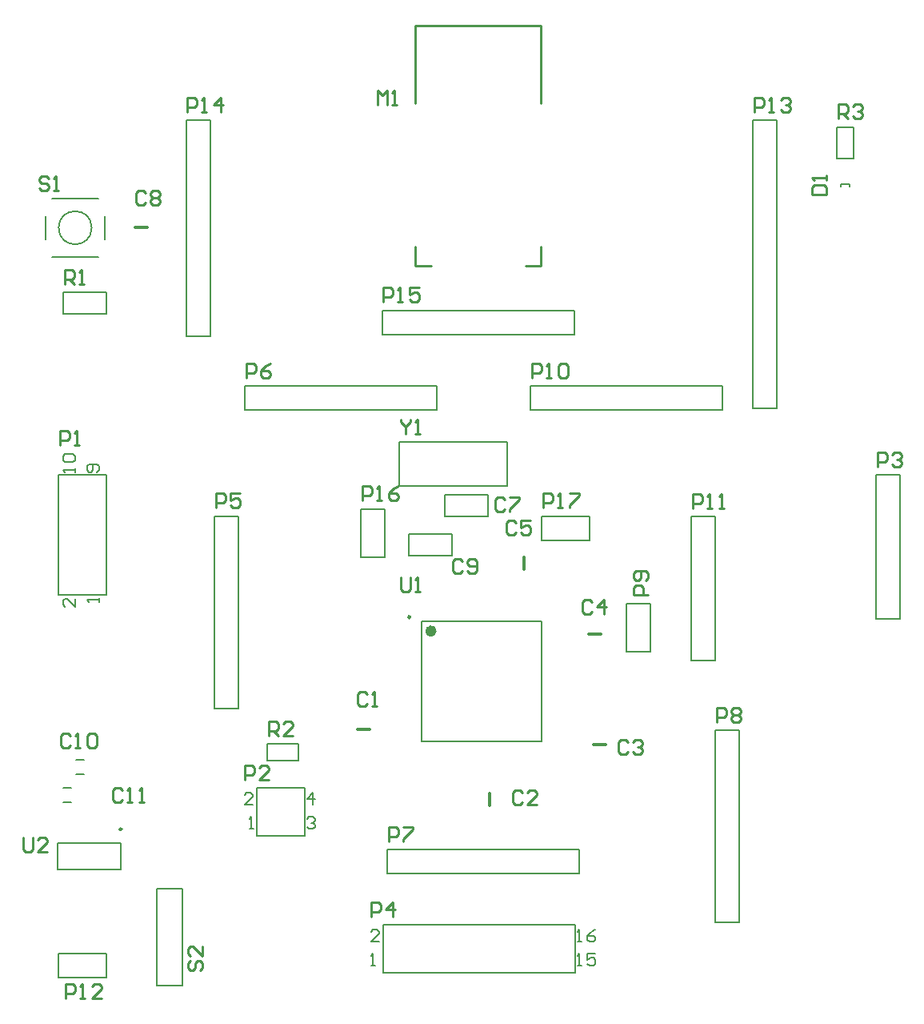
<source format=gto>
G04 Layer_Color=65535*
%FSLAX25Y25*%
%MOIN*%
G70*
G01*
G75*
%ADD22C,0.01000*%
%ADD30C,0.00984*%
%ADD31C,0.02362*%
%ADD32C,0.00500*%
%ADD33C,0.00787*%
%ADD34C,0.00800*%
%ADD35C,0.01200*%
D22*
X169291Y314961D02*
X175984D01*
X169291D02*
Y322835D01*
X215354Y314961D02*
X221654D01*
Y322835D01*
Y382677D02*
Y414961D01*
X169291D02*
X221654D01*
X169291Y382677D02*
Y414961D01*
X163174Y250920D02*
Y249920D01*
X165173Y247921D01*
X167173Y249920D01*
Y250920D01*
X165173Y247921D02*
Y244922D01*
X169172D02*
X171171D01*
X170172D01*
Y250920D01*
X169172Y249920D01*
X5906Y76864D02*
Y71866D01*
X6905Y70866D01*
X8905D01*
X9904Y71866D01*
Y76864D01*
X15902Y70866D02*
X11904D01*
X15902Y74865D01*
Y75864D01*
X14903Y76864D01*
X12903D01*
X11904Y75864D01*
X163300Y185298D02*
Y180300D01*
X164300Y179300D01*
X166299D01*
X167299Y180300D01*
Y185298D01*
X169298Y179300D02*
X171297D01*
X170298D01*
Y185298D01*
X169298Y184298D01*
X16408Y351157D02*
X15408Y352157D01*
X13409D01*
X12409Y351157D01*
Y350157D01*
X13409Y349158D01*
X15408D01*
X16408Y348158D01*
Y347158D01*
X15408Y346159D01*
X13409D01*
X12409Y347158D01*
X18407Y346159D02*
X20406D01*
X19407D01*
Y352157D01*
X18407Y351157D01*
X345537Y376058D02*
Y382055D01*
X348536D01*
X349536Y381056D01*
Y379057D01*
X348536Y378057D01*
X345537D01*
X347536D02*
X349536Y376058D01*
X351535Y381056D02*
X352535Y382055D01*
X354534D01*
X355534Y381056D01*
Y380056D01*
X354534Y379057D01*
X353534D01*
X354534D01*
X355534Y378057D01*
Y377057D01*
X354534Y376058D01*
X352535D01*
X351535Y377057D01*
X108274Y119069D02*
Y125067D01*
X111273D01*
X112273Y124067D01*
Y122067D01*
X111273Y121068D01*
X108274D01*
X110273D02*
X112273Y119069D01*
X118271D02*
X114272D01*
X118271Y123067D01*
Y124067D01*
X117271Y125067D01*
X115272D01*
X114272Y124067D01*
X23126Y307118D02*
Y313116D01*
X26125D01*
X27125Y312117D01*
Y310117D01*
X26125Y309118D01*
X23126D01*
X25125D02*
X27125Y307118D01*
X29124D02*
X31123D01*
X30124D01*
Y313116D01*
X29124Y312117D01*
X222581Y214082D02*
Y220080D01*
X225580D01*
X226580Y219080D01*
Y217081D01*
X225580Y216081D01*
X222581D01*
X228579Y214082D02*
X230578D01*
X229579D01*
Y220080D01*
X228579Y219080D01*
X233577Y220080D02*
X237576D01*
Y219080D01*
X233577Y215082D01*
Y214082D01*
X147216Y217037D02*
Y223035D01*
X150216D01*
X151215Y222035D01*
Y220036D01*
X150216Y219036D01*
X147216D01*
X153215Y217037D02*
X155214D01*
X154214D01*
Y223035D01*
X153215Y222035D01*
X162212Y223035D02*
X160212Y222035D01*
X158213Y220036D01*
Y218037D01*
X159213Y217037D01*
X161212D01*
X162212Y218037D01*
Y219036D01*
X161212Y220036D01*
X158213D01*
X156041Y299755D02*
Y305753D01*
X159040D01*
X160040Y304753D01*
Y302754D01*
X159040Y301754D01*
X156041D01*
X162039Y299755D02*
X164038D01*
X163039D01*
Y305753D01*
X162039Y304753D01*
X171036Y305753D02*
X167037D01*
Y302754D01*
X169037Y303754D01*
X170036D01*
X171036Y302754D01*
Y300755D01*
X170036Y299755D01*
X168037D01*
X167037Y300755D01*
X74389Y378770D02*
Y384768D01*
X77388D01*
X78388Y383769D01*
Y381769D01*
X77388Y380769D01*
X74389D01*
X80387Y378770D02*
X82386D01*
X81387D01*
Y384768D01*
X80387Y383769D01*
X88384Y378770D02*
Y384768D01*
X85385Y381769D01*
X89384D01*
X310615Y378781D02*
Y384779D01*
X313614D01*
X314614Y383780D01*
Y381780D01*
X313614Y380781D01*
X310615D01*
X316613Y378781D02*
X318612D01*
X317613D01*
Y384779D01*
X316613Y383780D01*
X321611D02*
X322611Y384779D01*
X324610D01*
X325610Y383780D01*
Y382780D01*
X324610Y381780D01*
X323611D01*
X324610D01*
X325610Y380781D01*
Y379781D01*
X324610Y378781D01*
X322611D01*
X321611Y379781D01*
X23622Y9843D02*
Y15841D01*
X26621D01*
X27621Y14841D01*
Y12842D01*
X26621Y11842D01*
X23622D01*
X29620Y9843D02*
X31620D01*
X30620D01*
Y15841D01*
X29620Y14841D01*
X38617Y9843D02*
X34618D01*
X38617Y13841D01*
Y14841D01*
X37617Y15841D01*
X35618D01*
X34618Y14841D01*
X285020Y214019D02*
Y220017D01*
X288019D01*
X289019Y219018D01*
Y217018D01*
X288019Y216019D01*
X285020D01*
X291018Y214019D02*
X293018D01*
X292018D01*
Y220017D01*
X291018Y219018D01*
X296017Y214019D02*
X298016D01*
X297016D01*
Y220017D01*
X296017Y219018D01*
X217852Y268203D02*
Y274201D01*
X220851D01*
X221851Y273201D01*
Y271202D01*
X220851Y270202D01*
X217852D01*
X223850Y268203D02*
X225849D01*
X224850D01*
Y274201D01*
X223850Y273201D01*
X228848D02*
X229848Y274201D01*
X231847D01*
X232847Y273201D01*
Y269203D01*
X231847Y268203D01*
X229848D01*
X228848Y269203D01*
Y273201D01*
X266220Y177756D02*
X260222D01*
Y180755D01*
X261222Y181755D01*
X263221D01*
X264221Y180755D01*
Y177756D01*
X265221Y183754D02*
X266220Y184754D01*
Y186753D01*
X265221Y187753D01*
X261222D01*
X260222Y186753D01*
Y184754D01*
X261222Y183754D01*
X262222D01*
X263221Y184754D01*
Y187753D01*
X294863Y124964D02*
Y130962D01*
X297862D01*
X298861Y129963D01*
Y127963D01*
X297862Y126963D01*
X294863D01*
X300861Y129963D02*
X301860Y130962D01*
X303860D01*
X304859Y129963D01*
Y128963D01*
X303860Y127963D01*
X304859Y126963D01*
Y125964D01*
X303860Y124964D01*
X301860D01*
X300861Y125964D01*
Y126963D01*
X301860Y127963D01*
X300861Y128963D01*
Y129963D01*
X301860Y127963D02*
X303860D01*
X158181Y75304D02*
Y81302D01*
X161180D01*
X162180Y80302D01*
Y78303D01*
X161180Y77303D01*
X158181D01*
X164179Y81302D02*
X168178D01*
Y80302D01*
X164179Y76304D01*
Y75304D01*
X98847Y268270D02*
Y274268D01*
X101846D01*
X102846Y273269D01*
Y271269D01*
X101846Y270269D01*
X98847D01*
X108844Y274268D02*
X106845Y273269D01*
X104845Y271269D01*
Y269270D01*
X105845Y268270D01*
X107844D01*
X108844Y269270D01*
Y270269D01*
X107844Y271269D01*
X104845D01*
X86185Y214052D02*
Y220050D01*
X89184D01*
X90184Y219050D01*
Y217051D01*
X89184Y216051D01*
X86185D01*
X96182Y220050D02*
X92183D01*
Y217051D01*
X94182Y218051D01*
X95182D01*
X96182Y217051D01*
Y215052D01*
X95182Y214052D01*
X93183D01*
X92183Y215052D01*
X150985Y43856D02*
Y49854D01*
X153984D01*
X154984Y48854D01*
Y46855D01*
X153984Y45855D01*
X150985D01*
X159982Y43856D02*
Y49854D01*
X156983Y46855D01*
X160982D01*
X361781Y231351D02*
Y237349D01*
X364780D01*
X365780Y236350D01*
Y234350D01*
X364780Y233350D01*
X361781D01*
X367779Y236350D02*
X368779Y237349D01*
X370778D01*
X371778Y236350D01*
Y235350D01*
X370778Y234350D01*
X369778D01*
X370778D01*
X371778Y233350D01*
Y232351D01*
X370778Y231351D01*
X368779D01*
X367779Y232351D01*
X98305Y100868D02*
Y106867D01*
X101304D01*
X102304Y105867D01*
Y103867D01*
X101304Y102868D01*
X98305D01*
X108302Y100868D02*
X104304D01*
X108302Y104867D01*
Y105867D01*
X107303Y106867D01*
X105303D01*
X104304Y105867D01*
X21083Y240163D02*
Y246162D01*
X24082D01*
X25082Y245162D01*
Y243162D01*
X24082Y242163D01*
X21083D01*
X27081Y240163D02*
X29081D01*
X28081D01*
Y246162D01*
X27081Y245162D01*
X153543Y381890D02*
Y387888D01*
X155543Y385889D01*
X157542Y387888D01*
Y381890D01*
X159541D02*
X161541D01*
X160541D01*
Y387888D01*
X159541Y386888D01*
X334553Y344488D02*
X340551D01*
Y347487D01*
X339551Y348487D01*
X335553D01*
X334553Y347487D01*
Y344488D01*
X340551Y350486D02*
Y352486D01*
Y351486D01*
X334553D01*
X335553Y350486D01*
X47306Y96609D02*
X46306Y97608D01*
X44307D01*
X43307Y96609D01*
Y92610D01*
X44307Y91610D01*
X46306D01*
X47306Y92610D01*
X49305Y91610D02*
X51305D01*
X50305D01*
Y97608D01*
X49305Y96609D01*
X54303Y91610D02*
X56303D01*
X55303D01*
Y97608D01*
X54303Y96609D01*
X25652Y119172D02*
X24653Y120171D01*
X22653D01*
X21654Y119172D01*
Y115173D01*
X22653Y114173D01*
X24653D01*
X25652Y115173D01*
X27652Y114173D02*
X29651D01*
X28651D01*
Y120171D01*
X27652Y119172D01*
X32650D02*
X33650Y120171D01*
X35649D01*
X36649Y119172D01*
Y115173D01*
X35649Y114173D01*
X33650D01*
X32650Y115173D01*
Y119172D01*
X189038Y192006D02*
X188038Y193006D01*
X186039D01*
X185039Y192006D01*
Y188007D01*
X186039Y187008D01*
X188038D01*
X189038Y188007D01*
X191037D02*
X192037Y187008D01*
X194036D01*
X195036Y188007D01*
Y192006D01*
X194036Y193006D01*
X192037D01*
X191037Y192006D01*
Y191007D01*
X192037Y190007D01*
X195036D01*
X56767Y345157D02*
X55767Y346157D01*
X53768D01*
X52768Y345157D01*
Y341158D01*
X53768Y340159D01*
X55767D01*
X56767Y341158D01*
X58766Y345157D02*
X59766Y346157D01*
X61765D01*
X62765Y345157D01*
Y344157D01*
X61765Y343158D01*
X62765Y342158D01*
Y341158D01*
X61765Y340159D01*
X59766D01*
X58766Y341158D01*
Y342158D01*
X59766Y343158D01*
X58766Y344157D01*
Y345157D01*
X59766Y343158D02*
X61765D01*
X206597Y217597D02*
X205597Y218597D01*
X203598D01*
X202598Y217597D01*
Y213598D01*
X203598Y212598D01*
X205597D01*
X206597Y213598D01*
X208596Y218597D02*
X212595D01*
Y217597D01*
X208596Y213598D01*
Y212598D01*
X211085Y207754D02*
X210086Y208754D01*
X208086D01*
X207087Y207754D01*
Y203756D01*
X208086Y202756D01*
X210086D01*
X211085Y203756D01*
X217083Y208754D02*
X213085D01*
Y205755D01*
X215084Y206755D01*
X216084D01*
X217083Y205755D01*
Y203756D01*
X216084Y202756D01*
X214084D01*
X213085Y203756D01*
X242818Y174825D02*
X241818Y175825D01*
X239819D01*
X238819Y174825D01*
Y170826D01*
X239819Y169827D01*
X241818D01*
X242818Y170826D01*
X247816Y169827D02*
Y175825D01*
X244817Y172826D01*
X248816D01*
X257936Y116675D02*
X256936Y117675D01*
X254937D01*
X253937Y116675D01*
Y112677D01*
X254937Y111677D01*
X256936D01*
X257936Y112677D01*
X259935Y116675D02*
X260935Y117675D01*
X262934D01*
X263934Y116675D01*
Y115676D01*
X262934Y114676D01*
X261934D01*
X262934D01*
X263934Y113677D01*
Y112677D01*
X262934Y111677D01*
X260935D01*
X259935Y112677D01*
X213810Y95613D02*
X212810Y96612D01*
X210811D01*
X209811Y95613D01*
Y91614D01*
X210811Y90614D01*
X212810D01*
X213810Y91614D01*
X219808Y90614D02*
X215809D01*
X219808Y94613D01*
Y95613D01*
X218808Y96612D01*
X216809D01*
X215809Y95613D01*
X149193Y136361D02*
X148194Y137361D01*
X146194D01*
X145194Y136361D01*
Y132363D01*
X146194Y131363D01*
X148194D01*
X149193Y132363D01*
X151193Y131363D02*
X153192D01*
X152192D01*
Y137361D01*
X151193Y136361D01*
X75710Y25652D02*
X74711Y24653D01*
Y22653D01*
X75710Y21654D01*
X76710D01*
X77710Y22653D01*
Y24653D01*
X78709Y25652D01*
X79709D01*
X80709Y24653D01*
Y22653D01*
X79709Y21654D01*
X80709Y31650D02*
Y27652D01*
X76710Y31650D01*
X75710D01*
X74711Y30651D01*
Y28651D01*
X75710Y27652D01*
D30*
X167224Y168602D02*
G03*
X167224Y168602I-492J0D01*
G01*
X46949Y80315D02*
G03*
X46949Y80315I-492J0D01*
G01*
D31*
X176969Y162795D02*
G03*
X176969Y162795I-1181J0D01*
G01*
D32*
X34449Y330709D02*
G03*
X34449Y330709I-6890J0D01*
G01*
X39764Y325827D02*
Y335591D01*
X17795Y342913D02*
X37323D01*
X17795Y318504D02*
X37323D01*
X15354Y325827D02*
Y335591D01*
D33*
X171850Y116732D02*
Y166732D01*
X221850Y116732D02*
Y166732D01*
X171850D02*
X221850D01*
X171850Y116732D02*
X221850D01*
X257283Y174291D02*
X267284D01*
Y154291D02*
Y174291D01*
X257283Y154291D02*
X267284D01*
X257283D02*
Y174291D01*
X319961Y255394D02*
Y367894D01*
Y375394D01*
X309961D02*
X319961D01*
X309961Y255394D02*
Y375394D01*
Y255394D02*
X319961D01*
X73740Y285394D02*
X83740D01*
X73740D02*
Y375394D01*
X83740D01*
Y285394D02*
Y375394D01*
X155472Y286339D02*
Y296339D01*
X235472D01*
Y286339D02*
Y296339D01*
X155472Y286339D02*
X235472D01*
X103110Y97520D02*
X123110D01*
X103110Y77520D02*
Y97520D01*
X123110Y77520D02*
Y97520D01*
X103110Y77520D02*
X123110D01*
X146575Y193661D02*
X156575D01*
X146575D02*
Y213661D01*
X156575D01*
Y193661D02*
Y213661D01*
X241968Y200669D02*
Y210669D01*
X221969Y200669D02*
X241968D01*
X221969D02*
Y210669D01*
X241968D01*
X294213Y121614D02*
X304213D01*
Y41614D02*
Y121614D01*
X294213Y41614D02*
X304213D01*
X294213D02*
Y121614D01*
X237598Y61929D02*
Y71929D01*
X157598Y61929D02*
X237598D01*
X157598D02*
Y71929D01*
X237598D01*
X361142Y167913D02*
X371142D01*
X361142Y227913D02*
X371142D01*
Y167913D02*
Y227913D01*
X361142Y167913D02*
Y227913D01*
X85551Y130669D02*
X95551D01*
X85551D02*
Y210669D01*
X95551D01*
Y130669D02*
Y210669D01*
X40433Y177913D02*
Y227913D01*
X20433Y177913D02*
Y227913D01*
Y177913D02*
X40433D01*
X20433Y227913D02*
X40433D01*
X235787Y20433D02*
Y40433D01*
X155787Y20433D02*
Y40433D01*
Y20433D02*
X235787D01*
X155787Y40433D02*
X235787D01*
X217284Y254842D02*
Y264843D01*
X297284D01*
Y254842D02*
Y264843D01*
X217284Y254842D02*
X297284D01*
X98228D02*
Y264843D01*
X178228D01*
Y254842D02*
Y264843D01*
X98228Y254842D02*
X178228D01*
X284370Y210669D02*
X294370D01*
X284370Y150669D02*
X294370D01*
X284370D02*
Y210669D01*
X294370Y150669D02*
Y210669D01*
X162598Y223031D02*
Y241535D01*
X162598D02*
X207480D01*
Y223031D02*
Y241535D01*
X162598Y223031D02*
X207480D01*
X346457Y349016D02*
X350394D01*
X346457Y347835D02*
Y349016D01*
X350394Y347835D02*
Y349016D01*
X20591Y18622D02*
Y28622D01*
X40591D01*
Y18622D02*
Y28622D01*
X20591Y18622D02*
X40591D01*
X61614Y15354D02*
X72244D01*
Y55512D01*
X61614D02*
X72244D01*
X61614Y15354D02*
Y55512D01*
X27953Y109252D02*
X31102D01*
X27953Y103347D02*
X31102D01*
X22638Y97441D02*
X25787D01*
X22638Y91535D02*
X25787D01*
X20276Y74410D02*
X46654D01*
X20276Y63386D02*
X46654D01*
Y74410D01*
X20276Y63386D02*
Y74410D01*
D34*
X181472Y210366D02*
X199472D01*
Y219366D01*
X181472D02*
X199472D01*
X181472Y210366D02*
Y219366D01*
X166602Y194319D02*
X184602D01*
Y203319D01*
X166602D02*
X184602D01*
X166602Y194319D02*
Y203319D01*
X344925Y372642D02*
X351925D01*
Y359642D02*
Y372642D01*
X344925Y359642D02*
X351925D01*
X344925D02*
Y372642D01*
X107673Y108705D02*
Y115705D01*
X120673D01*
Y108705D02*
Y115705D01*
X107673Y108705D02*
X120673D01*
X22496Y294713D02*
Y303713D01*
X40496D01*
Y294713D02*
Y303713D01*
X22496Y294713D02*
X40496D01*
X100110Y80520D02*
X101776D01*
X100943D01*
Y85518D01*
X100110Y84685D01*
X101443Y90520D02*
X98110D01*
X101443Y93852D01*
Y94685D01*
X100609Y95518D01*
X98943D01*
X98110Y94685D01*
X126609Y90520D02*
Y95518D01*
X124110Y93019D01*
X127443D01*
X124110Y84685D02*
X124943Y85518D01*
X126609D01*
X127443Y84685D01*
Y83852D01*
X126609Y83019D01*
X125776D01*
X126609D01*
X127443Y82186D01*
Y81353D01*
X126609Y80520D01*
X124943D01*
X124110Y81353D01*
X27433Y228913D02*
Y230579D01*
Y229747D01*
X22435D01*
X23268Y228913D01*
Y233079D02*
X22435Y233912D01*
Y235578D01*
X23268Y236411D01*
X26600D01*
X27433Y235578D01*
Y233912D01*
X26600Y233079D01*
X23268D01*
X36600Y228913D02*
X37433Y229747D01*
Y231413D01*
X36600Y232246D01*
X33268D01*
X32435Y231413D01*
Y229747D01*
X33268Y228913D01*
X34101D01*
X34934Y229747D01*
Y232246D01*
X37433Y174913D02*
Y176579D01*
Y175747D01*
X32435D01*
X33268Y174913D01*
X27433Y176246D02*
Y172913D01*
X24101Y176246D01*
X23268D01*
X22435Y175413D01*
Y173747D01*
X23268Y172913D01*
X154120Y33433D02*
X150787D01*
X154120Y36765D01*
Y37598D01*
X153287Y38432D01*
X151620D01*
X150787Y37598D01*
Y23433D02*
X152453D01*
X151620D01*
Y28431D01*
X150787Y27598D01*
X236787Y23433D02*
X238454D01*
X237620D01*
Y28431D01*
X236787Y27598D01*
X244285Y28431D02*
X240953D01*
Y25932D01*
X242619Y26765D01*
X243452D01*
X244285Y25932D01*
Y24266D01*
X243452Y23433D01*
X241786D01*
X240953Y24266D01*
X236787Y33433D02*
X238454D01*
X237620D01*
Y38432D01*
X236787Y37598D01*
X244285Y38432D02*
X242619Y37598D01*
X240953Y35932D01*
Y34266D01*
X241786Y33433D01*
X243452D01*
X244285Y34266D01*
Y35099D01*
X243452Y35932D01*
X240953D01*
D35*
X241634Y161479D02*
X246555D01*
X243602Y115613D02*
X248523D01*
X145177Y121985D02*
X150098D01*
X52658Y330710D02*
X57579D01*
X200141Y90122D02*
Y95043D01*
X214505Y188484D02*
Y193405D01*
M02*

</source>
